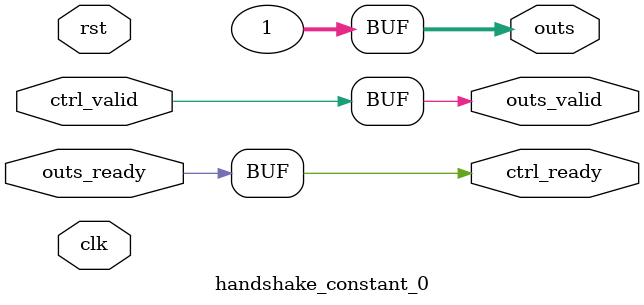
<source format=v>
`timescale 1ns / 1ps
module handshake_constant_0 #(
  parameter DATA_WIDTH = 32  // Default set to 32 bits
) (
  input                       clk,
  input                       rst,
  // Input Channel
  input                       ctrl_valid,
  output                      ctrl_ready,
  // Output Channel
  output [DATA_WIDTH - 1 : 0] outs,
  output                      outs_valid,
  input                       outs_ready
);
  assign outs       = 2'b01;
  assign outs_valid = ctrl_valid;
  assign ctrl_ready = outs_ready;

endmodule

</source>
